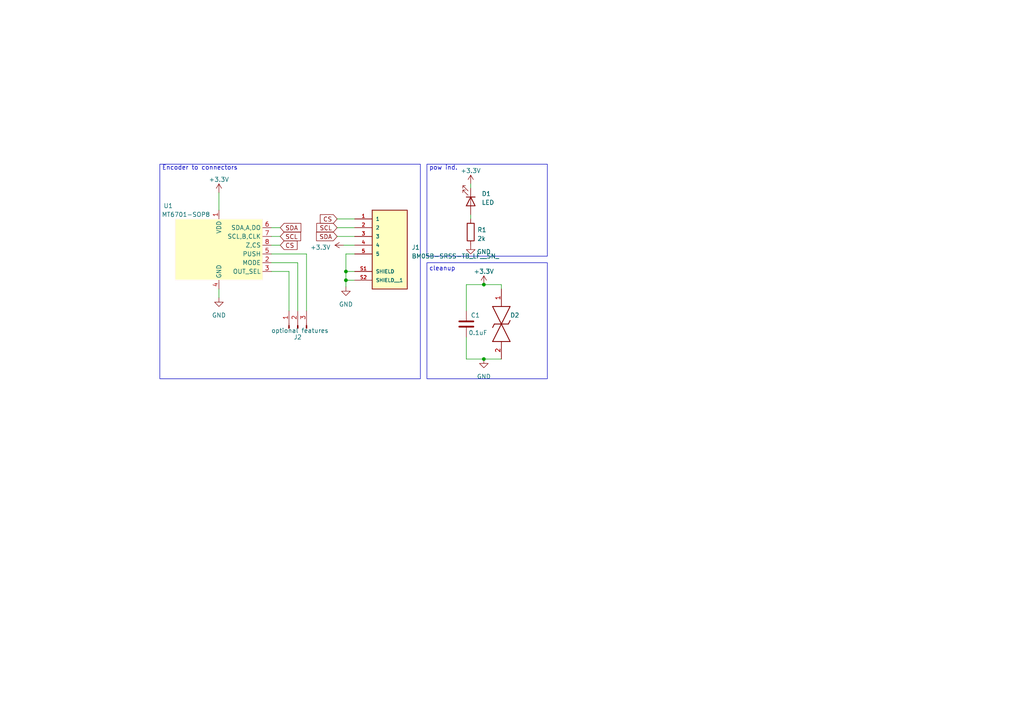
<source format=kicad_sch>
(kicad_sch (version 20230121) (generator eeschema)
  (paper "A4")
  (lib_symbols
    (symbol "BM05B-SRSS-TB_LF__SN_:BM05B-SRSS-TB_LF__SN_" (pin_names (offset 1.016))
      (property "Reference" "J" (at -5.08 10.922 0))
      (property "Value" "BM05B-SRSS-TB_LF__SN_" (at -5.08 -15.24 0))
      (symbol "BM05B-SRSS-TB_LF__SN__0_0"
        (rectangle (start -5.08 -12.7) (end 5.08 10.16) (stroke (width 0.254)) (fill (type background)))
        (pin passive line (at -10.16 7.62 0) (length 5.08) (name "1") (number "1"))
        (pin passive line (at -10.16 5.08 0) (length 5.08) (name "2") (number "2"))
        (pin passive line (at -10.16 2.54 0) (length 5.08) (name "3") (number "3"))
        (pin passive line (at -10.16 0 0) (length 5.08) (name "4") (number "4"))
        (pin passive line (at -10.16 -2.54 0) (length 5.08) (name "5") (number "5"))
        (pin passive line (at -10.16 -7.62 0) (length 5.08) (name "SHIELD") (number "S1"))
        (pin passive line (at -10.16 -10.16 0) (length 5.08) (name "SHIELD__1") (number "S2"))
      )
    )
    (symbol "Connector:Conn_01x03_Pin" (pin_names (offset 1.016) hide)
      (property "Reference" "J" (at 0 5.08 0))
      (property "Value" "Conn_01x03_Pin" (at 0 -5.08 0))
      (symbol "Conn_01x03_Pin_1_1"
        (polyline (pts (xy 1.27 -2.54) (xy 0.8636 -2.54)) (stroke (width 0.1524)))
        (polyline (pts (xy 1.27 0) (xy 0.8636 0)) (stroke (width 0.1524)))
        (polyline (pts (xy 1.27 2.54) (xy 0.8636 2.54)) (stroke (width 0.1524)))
        (rectangle (start 0.8636 -2.413) (end 0 -2.667) (stroke (width 0.1524)) (fill (type outline)))
        (rectangle (start 0.8636 0.127) (end 0 -0.127) (stroke (width 0.1524)) (fill (type outline)))
        (rectangle (start 0.8636 2.667) (end 0 2.413) (stroke (width 0.1524)) (fill (type outline)))
        (pin passive line (at 5.08 2.54 180) (length 3.81) (name "Pin_1") (number "1"))
        (pin passive line (at 5.08 0 180) (length 3.81) (name "Pin_2") (number "2"))
        (pin passive line (at 5.08 -2.54 180) (length 3.81) (name "Pin_3") (number "3"))
      )
    )
    (symbol "Device:C" (pin_numbers hide) (pin_names (offset 0.254))
      (property "Reference" "C" (at 0.635 2.54 0))
      (property "Value" "C" (at 0.635 -2.54 0))
      (symbol "C_0_1"
        (polyline (pts (xy -2.032 -0.762) (xy 2.032 -0.762)) (stroke (width 0.508)))
        (polyline (pts (xy -2.032 0.762) (xy 2.032 0.762)) (stroke (width 0.508)))
      )
      (symbol "C_1_1"
        (pin passive line (at 0 3.81 270) (length 2.794) (name "~") (number "1"))
        (pin passive line (at 0 -3.81 90) (length 2.794) (name "~") (number "2"))
      )
    )
    (symbol "Device:LED" (pin_numbers hide) (pin_names (offset 1.016) hide)
      (property "Reference" "D" (at 0 2.54 0))
      (property "Value" "LED" (at 0 -2.54 0))
      (symbol "LED_0_1"
        (polyline (pts (xy -1.27 -1.27) (xy -1.27 1.27)) (stroke (width 0.254)))
        (polyline (pts (xy -1.27 0) (xy 1.27 0)))
        (polyline (pts (xy 1.27 -1.27) (xy 1.27 1.27) (xy -1.27 0) (xy 1.27 -1.27)) (stroke (width 0.254)))
        (polyline (pts (xy -3.048 -0.762) (xy -4.572 -2.286) (xy -3.81 -2.286) (xy -4.572 -2.286) (xy -4.572 -1.524)))
        (polyline (pts (xy -1.778 -0.762) (xy -3.302 -2.286) (xy -2.54 -2.286) (xy -3.302 -2.286) (xy -3.302 -1.524)))
      )
      (symbol "LED_1_1"
        (pin passive line (at -3.81 0 0) (length 2.54) (name "K") (number "1"))
        (pin passive line (at 3.81 0 180) (length 2.54) (name "A") (number "2"))
      )
    )
    (symbol "Device:R" (pin_numbers hide) (pin_names (offset 0))
      (property "Reference" "R" (at 2.032 0 90))
      (property "Value" "R" (at 0 0 90))
      (symbol "R_0_1"
        (rectangle (start -1.016 -2.54) (end 1.016 2.54) (stroke (width 0.254)))
      )
      (symbol "R_1_1"
        (pin passive line (at 0 3.81 270) (length 1.27) (name "~") (number "1"))
        (pin passive line (at 0 -3.81 90) (length 1.27) (name "~") (number "2"))
      )
    )
    (symbol "Magntek:MT6701"
      (property "Reference" "U" (at -12.065 10.16 0))
      (property "Value" "MT6701-SOP8" (at -13.97 0.635 90))
      (symbol "MT6701_1_1"
        (rectangle (start -12.7 8.89) (end 12.7 -8.89) (stroke (width 0) (color 255 240 246 1)) (fill (type background)))
        (pin power_in line (at 0 11.43 270) (length 2.54) (name "VDD") (number "1"))
        (pin input line (at 15.24 -3.81 180) (length 2.54) (name "MODE") (number "2"))
        (pin input line (at 15.24 -6.35 180) (length 2.54) (name "OUT_SEL") (number "3"))
        (pin power_in line (at 0 -11.43 90) (length 2.54) (name "GND") (number "4"))
        (pin output line (at 15.24 -1.27 180) (length 2.54) (name "PUSH") (number "5"))
        (pin bidirectional line (at 15.24 6.35 180) (length 2.54) (name "SDA,A,DO") (number "6"))
        (pin bidirectional line (at 15.24 3.81 180) (length 2.54) (name "SCL,B,CLK") (number "7"))
        (pin input line (at 15.24 1.27 180) (length 2.54) (name "Z,CS") (number "8"))
      )
    )
    (symbol "aaa_SamacSys_Parts:SMAJ6.0CAe3_TR13" (pin_names hide)
      (property "Reference" "D" (at 12.7 8.89 0))
      (property "Value" "SMAJ6.0CAe3_TR13" (at 12.7 6.35 0))
      (symbol "SMAJ6.0CAe3_TR13_1_1"
        (polyline (pts (xy 5.08 2.54) (xy 5.08 -2.54)) (stroke (width 0.254)))
        (polyline (pts (xy 5.08 2.54) (xy 10.16 0)) (stroke (width 0.254)))
        (polyline (pts (xy 9.144 2.54) (xy 10.16 2.032)) (stroke (width 0.254)))
        (polyline (pts (xy 10.16 -2.032) (xy 10.16 2.032)) (stroke (width 0.254)))
        (polyline (pts (xy 10.16 -2.032) (xy 11.176 -2.54)) (stroke (width 0.254)))
        (polyline (pts (xy 10.16 0) (xy 5.08 -2.54)) (stroke (width 0.254)))
        (polyline (pts (xy 10.16 0) (xy 15.24 -2.54)) (stroke (width 0.254)))
        (polyline (pts (xy 15.24 2.54) (xy 10.16 0)) (stroke (width 0.254)))
        (polyline (pts (xy 15.24 2.54) (xy 15.24 -2.54)) (stroke (width 0.254)))
        (pin passive line (at 0 0 0) (length 5.08) (name "1") (number "1"))
        (pin passive line (at 20.32 0 180) (length 5.08) (name "2") (number "2"))
      )
    )
    (symbol "power:+3.3V" (power) (pin_names (offset 0))
      (property "Value" "+3.3V" (at 0 3.556 0))
      (symbol "+3.3V_0_1"
        (polyline (pts (xy -0.762 1.27) (xy 0 2.54)))
        (polyline (pts (xy 0 0) (xy 0 2.54)))
        (polyline (pts (xy 0 2.54) (xy 0.762 1.27)))
      )
      (symbol "+3.3V_1_1"
        (pin power_in line (at 0 0 90) (length 0) hide (name "+3.3V") (number "1"))
      )
    )
    (symbol "power:GND" (power) (pin_names (offset 0))
      (property "Value" "GND" (at 0 -3.81 0))
      (symbol "GND_0_1"
        (polyline (pts (xy 0 0) (xy 0 -1.27) (xy 1.27 -1.27) (xy 0 -2.54) (xy -1.27 -1.27) (xy 0 -1.27)))
      )
      (symbol "GND_1_1"
        (pin power_in line (at 0 0 270) (length 0) hide (name "GND") (number "1"))
      )
    )
  )
  (junction (at 140.335 104.14))
  (junction (at 140.335 82.55))
  (junction (at 100.33 81.28))
  (junction (at 100.33 78.74))
  (wire (pts (xy 78.74 78.74) (xy 83.82 78.74)))
  (wire (pts (xy 78.74 68.58) (xy 81.28 68.58)))
  (wire (pts (xy 100.33 73.66) (xy 100.33 78.74)))
  (wire (pts (xy 78.74 76.2) (xy 86.36 76.2)))
  (wire (pts (xy 135.255 82.55) (xy 140.335 82.55)))
  (wire (pts (xy 99.695 71.12) (xy 102.87 71.12)))
  (wire (pts (xy 145.415 82.55) (xy 145.415 83.82)))
  (wire (pts (xy 135.255 90.17) (xy 135.255 82.55)))
  (wire (pts (xy 97.79 68.58) (xy 102.87 68.58)))
  (wire (pts (xy 100.33 78.74) (xy 102.87 78.74)))
  (wire (pts (xy 86.36 76.2) (xy 86.36 90.17)))
  (wire (pts (xy 97.79 63.5) (xy 102.87 63.5)))
  (wire (pts (xy 63.5 55.88) (xy 63.5 60.96)))
  (wire (pts (xy 136.525 53.34) (xy 136.525 54.61)))
  (wire (pts (xy 136.525 62.23) (xy 136.525 63.5)))
  (wire (pts (xy 140.335 82.55) (xy 145.415 82.55)))
  (wire (pts (xy 135.255 97.79) (xy 135.255 104.14)))
  (wire (pts (xy 135.255 104.14) (xy 140.335 104.14)))
  (wire (pts (xy 83.82 78.74) (xy 83.82 90.17)))
  (wire (pts (xy 100.33 81.28) (xy 102.87 81.28)))
  (wire (pts (xy 100.33 81.28) (xy 100.33 83.185)))
  (wire (pts (xy 88.9 73.66) (xy 78.74 73.66)))
  (wire (pts (xy 78.74 71.12) (xy 81.28 71.12)))
  (wire (pts (xy 140.335 104.14) (xy 145.415 104.14)))
  (wire (pts (xy 88.9 90.17) (xy 88.9 73.66)))
  (wire (pts (xy 100.33 78.74) (xy 100.33 81.28)))
  (wire (pts (xy 78.74 66.04) (xy 81.28 66.04)))
  (wire (pts (xy 102.87 73.66) (xy 100.33 73.66)))
  (wire (pts (xy 97.79 66.04) (xy 102.87 66.04)))
  (wire (pts (xy 63.5 83.82) (xy 63.5 86.36)))
  (rectangle (start 123.825 76.2) (end 158.75 109.855))
  (rectangle (start 46.355 47.625) (end 121.92 109.855))
  (rectangle (start 123.825 47.625) (end 158.75 74.295))
  (text "pow ind." (at 124.46 49.53 0) (effects (font (size 1.27 1.27)) (justify left bottom)))
  (text "Encoder to connectors" (at 46.99 49.53 0) (effects (font (size 1.27 1.27)) (justify left bottom)))
  (text "cleanup" (at 124.46 78.74 0) (effects (font (size 1.27 1.27)) (justify left bottom)))
  (global_label "SDA" (shape input) (at 81.28 66.04 0) (property "Intersheetrefs" "${INTERSHEET_REFS}" (effects hide)))
  (global_label "CS" (shape input) (at 81.28 71.12 0) (property "Intersheetrefs" "${INTERSHEET_REFS}" (effects hide)))
  (global_label "CS" (shape input) (at 97.79 63.5 180) (property "Intersheetrefs" "${INTERSHEET_REFS}" (effects hide)))
  (global_label "SCL" (shape input) (at 97.79 66.04 180) (property "Intersheetrefs" "${INTERSHEET_REFS}" (effects hide)))
  (global_label "SCL" (shape input) (at 81.28 68.58 0) (property "Intersheetrefs" "${INTERSHEET_REFS}" (effects hide)))
  (global_label "SDA" (shape input) (at 97.79 68.58 180) (property "Intersheetrefs" "${INTERSHEET_REFS}" (effects hide)))
  (symbol (lib_id "Device:R") (at 136.525 67.31 0) (unit 1)
    (property "Reference" "R1" (at 138.43 66.675 0) (effects (justify left)))
    (property "Value" "2k" (at 138.43 69.215 0) (effects (justify left)))
    (property "Footprint" "Resistor_SMD:R_0805_2012Metric_Pad1.20x1.40mm_HandSolder" (effects hide))
  )
  (symbol (lib_id "BM05B-SRSS-TB_LF__SN_:BM05B-SRSS-TB_LF__SN_") (at 113.03 71.12 0) (unit 1)
    (property "Reference" "J1" (at 119.38 71.755 0) (effects (justify left)))
    (property "Value" "BM05B-SRSS-TB_LF__SN_" (at 119.38 74.295 0) (effects (justify left)))
    (property "Footprint" "SnapEDA Library:JST_BM05B-SRSS-TB_LF__SN_" (effects hide))
    (property "PARTREV" "N/A" (effects hide))
    (property "SNAPEDA_PN" "BM05B-SRSS-TB(LF)(SN)" (effects hide))
    (property "STANDARD" "Manufacturer Recommendations" (effects hide))
    (property "MAXIMUM_PACKAGE_HEIGHT" "6.3 mm" (effects hide))
    (property "MANUFACTURER" "JST Sales America Inc." (effects hide))
  )
  (symbol (lib_id "power:GND") (at 100.33 83.185 0) (unit 1)
    (property "Reference" "#PWR02" (effects hide))
    (property "Value" "GND" (at 100.33 88.265 0))
  )
  (symbol (lib_id "Connector:Conn_01x03_Pin") (at 86.36 95.25 90) (unit 1)
    (property "Reference" "J2" (at 86.36 97.79 90))
    (property "Value" "optional features" (at 86.995 95.885 90))
    (property "Footprint" "Connector_PinHeader_2.54mm:PinHeader_1x03_P2.54mm_Horizontal" (effects hide))
  )
  (symbol (lib_id "power:+3.3V") (at 140.335 82.55 0) (unit 1)
    (property "Reference" "#PWR05" (effects hide))
    (property "Value" "+3.3V" (at 140.335 78.74 0))
  )
  (symbol (lib_id "power:+3.3V") (at 63.5 55.88 0) (unit 1)
    (property "Reference" "#PWR04" (effects hide))
    (property "Value" "+3.3V" (at 63.5 52.07 0))
  )
  (symbol (lib_id "Magntek:MT6701") (at 63.5 72.39 0) (unit 1)
    (property "Reference" "U1" (at 50.165 59.69 0) (effects (justify right)))
    (property "Value" "MT6701-SOP8" (at 60.96 62.23 0) (effects (justify right)))
    (property "Footprint" "Magntek:MT6701_SOP8" (effects hide))
  )
  (symbol (lib_id "aaa_SamacSys_Parts:SMAJ6.0CAe3_TR13") (at 145.415 83.82 270) (unit 1)
    (property "Reference" "D2" (at 147.955 91.44 90) (effects (justify left)))
    (property "Value" "SMAJ6.0CAe3_TR13" (effects hide))
    (property "Footprint" "aaa_SamacSys_Parts:DIONM5025X225N" (effects hide))
    (property "Datasheet" "https://www.microsemi.com/document-portal/doc_download/135522-smaj-tvs-family-datasheet" (effects hide))
    (property "Height" "2.25" (effects hide))
    (property "Mouser Part Number" "494-SMAJ6.0CAE3/TR13" (effects hide))
    (property "Mouser Price/Stock" "https://www.mouser.co.uk/ProductDetail/Microchip-Technology/SMAJ6.0CAe3-TR13?qs=pU29NIZ4ZwAz895UZILoOA%3D%3D" (effects hide))
    (property "Manufacturer_Name" "Microchip" (effects hide))
    (property "Manufacturer_Part_Number" "SMAJ6.0CAe3/TR13" (effects hide))
  )
  (symbol (lib_id "power:GND") (at 63.5 86.36 0) (unit 1)
    (property "Reference" "#PWR01" (effects hide))
    (property "Value" "GND" (at 63.5 91.44 0))
  )
  (symbol (lib_id "Device:LED") (at 136.525 58.42 270) (unit 1)
    (property "Reference" "D1" (at 139.7 56.1975 90) (effects (justify left)))
    (property "Value" "LED" (at 139.7 58.7375 90) (effects (justify left)))
    (property "Footprint" "Diode_SMD:D_0805_2012Metric" (effects hide))
  )
  (symbol (lib_id "power:+3.3V") (at 136.525 53.34 0) (unit 1)
    (property "Reference" "#PWR07" (effects hide))
    (property "Value" "+3.3V" (at 136.525 49.53 0))
  )
  (symbol (lib_id "power:GND") (at 136.525 71.12 0) (unit 1)
    (property "Reference" "#PWR08" (effects hide))
    (property "Value" "GND" (at 140.335 73.025 0))
  )
  (symbol (lib_id "power:+3.3V") (at 99.695 71.12 90) (unit 1)
    (property "Reference" "#PWR03" (effects hide))
    (property "Value" "+3.3V" (at 95.885 71.755 90) (effects (justify left)))
  )
  (symbol (lib_id "power:GND") (at 140.335 104.14 0) (unit 1)
    (property "Reference" "#PWR06" (effects hide))
    (property "Value" "GND" (at 140.335 109.22 0))
  )
  (symbol (lib_id "Device:C") (at 135.255 93.98 0) (unit 1)
    (property "Reference" "C1" (at 136.525 91.44 0) (effects (justify left)))
    (property "Value" "0.1uF" (at 135.89 96.52 0) (effects (justify left)))
    (property "Footprint" "Capacitor_SMD:C_0805_2012Metric_Pad1.18x1.45mm_HandSolder" (effects hide))
  )
)
</source>
